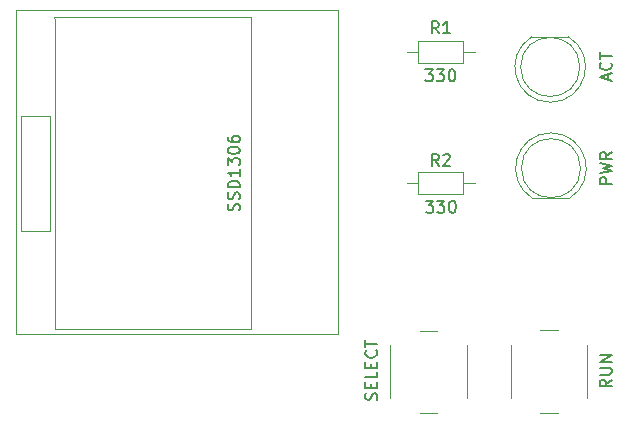
<source format=gto>
G04 #@! TF.GenerationSoftware,KiCad,Pcbnew,5.1.9-5.1.9*
G04 #@! TF.CreationDate,2021-03-22T11:55:19+01:00*
G04 #@! TF.ProjectId,tomodachi,746f6d6f-6461-4636-9869-2e6b69636164,2.2*
G04 #@! TF.SameCoordinates,Original*
G04 #@! TF.FileFunction,Legend,Top*
G04 #@! TF.FilePolarity,Positive*
%FSLAX46Y46*%
G04 Gerber Fmt 4.6, Leading zero omitted, Abs format (unit mm)*
G04 Created by KiCad (PCBNEW 5.1.9-5.1.9) date 2021-03-22 11:55:19*
%MOMM*%
%LPD*%
G01*
G04 APERTURE LIST*
%ADD10C,0.120000*%
%ADD11C,0.150000*%
G04 APERTURE END LIST*
D10*
X242400000Y-135230000D02*
X240900000Y-135230000D01*
X238400000Y-136480000D02*
X238400000Y-140980000D01*
X240900000Y-142230000D02*
X242400000Y-142230000D01*
X244900000Y-140980000D02*
X244900000Y-136480000D01*
X255093500Y-140935500D02*
X255093500Y-136435500D01*
X251093500Y-142185500D02*
X252593500Y-142185500D01*
X248593500Y-136435500D02*
X248593500Y-140935500D01*
X252593500Y-135185500D02*
X251093500Y-135185500D01*
X240752000Y-121838500D02*
X240752000Y-123678500D01*
X240752000Y-123678500D02*
X244592000Y-123678500D01*
X244592000Y-123678500D02*
X244592000Y-121838500D01*
X244592000Y-121838500D02*
X240752000Y-121838500D01*
X239802000Y-122758500D02*
X240752000Y-122758500D01*
X245542000Y-122758500D02*
X244592000Y-122758500D01*
X244592000Y-112566000D02*
X244592000Y-110726000D01*
X244592000Y-110726000D02*
X240752000Y-110726000D01*
X240752000Y-110726000D02*
X240752000Y-112566000D01*
X240752000Y-112566000D02*
X244592000Y-112566000D01*
X245542000Y-111646000D02*
X244592000Y-111646000D01*
X239802000Y-111646000D02*
X240752000Y-111646000D01*
X254506500Y-121488500D02*
G75*
G03*
X254506500Y-121488500I-2500000J0D01*
G01*
X250461500Y-124048500D02*
X253551500Y-124048500D01*
X252006038Y-118498500D02*
G75*
G02*
X253551330Y-124048500I462J-2990000D01*
G01*
X252006962Y-118498500D02*
G75*
G03*
X250461670Y-124048500I-462J-2990000D01*
G01*
X254443000Y-112916000D02*
G75*
G03*
X254443000Y-112916000I-2500000J0D01*
G01*
X253488000Y-110356000D02*
X250398000Y-110356000D01*
X251943462Y-115906000D02*
G75*
G02*
X250398170Y-110356000I-462J2990000D01*
G01*
X251942538Y-115906000D02*
G75*
G03*
X253487830Y-110356000I462J2990000D01*
G01*
X206686500Y-135523500D02*
X206686500Y-108123500D01*
X206686500Y-108123500D02*
X233986500Y-108123500D01*
X233986500Y-108123500D02*
X233986500Y-135523500D01*
X233986500Y-135523500D02*
X206686500Y-135523500D01*
X226581500Y-112001500D02*
X226581500Y-135101500D01*
X226581500Y-135101500D02*
X209981500Y-135101500D01*
X209981500Y-135101500D02*
X209981500Y-112001500D01*
X207175500Y-126822500D02*
X207175500Y-117043500D01*
X207175500Y-117043500D02*
X209588500Y-117043500D01*
X209588500Y-117043500D02*
X209588500Y-126822500D01*
X207175500Y-126822500D02*
X209588500Y-126822500D01*
X209981500Y-112001500D02*
X209981500Y-108915500D01*
X226581500Y-112001500D02*
X226606500Y-108661500D01*
X226606500Y-108661500D02*
X209969500Y-108661500D01*
X209969500Y-108661500D02*
X209981500Y-108915500D01*
D11*
X237247461Y-141096990D02*
X237295080Y-140954133D01*
X237295080Y-140716038D01*
X237247461Y-140620800D01*
X237199842Y-140573180D01*
X237104604Y-140525561D01*
X237009366Y-140525561D01*
X236914128Y-140573180D01*
X236866509Y-140620800D01*
X236818890Y-140716038D01*
X236771271Y-140906514D01*
X236723652Y-141001752D01*
X236676033Y-141049371D01*
X236580795Y-141096990D01*
X236485557Y-141096990D01*
X236390319Y-141049371D01*
X236342700Y-141001752D01*
X236295080Y-140906514D01*
X236295080Y-140668419D01*
X236342700Y-140525561D01*
X236771271Y-140096990D02*
X236771271Y-139763657D01*
X237295080Y-139620800D02*
X237295080Y-140096990D01*
X236295080Y-140096990D01*
X236295080Y-139620800D01*
X237295080Y-138716038D02*
X237295080Y-139192228D01*
X236295080Y-139192228D01*
X236771271Y-138382704D02*
X236771271Y-138049371D01*
X237295080Y-137906514D02*
X237295080Y-138382704D01*
X236295080Y-138382704D01*
X236295080Y-137906514D01*
X237199842Y-136906514D02*
X237247461Y-136954133D01*
X237295080Y-137096990D01*
X237295080Y-137192228D01*
X237247461Y-137335085D01*
X237152223Y-137430323D01*
X237056985Y-137477942D01*
X236866509Y-137525561D01*
X236723652Y-137525561D01*
X236533176Y-137477942D01*
X236437938Y-137430323D01*
X236342700Y-137335085D01*
X236295080Y-137192228D01*
X236295080Y-137096990D01*
X236342700Y-136954133D01*
X236390319Y-136906514D01*
X236295080Y-136620800D02*
X236295080Y-136049371D01*
X237295080Y-136335085D02*
X236295080Y-136335085D01*
X257140100Y-139391915D02*
X256663910Y-139725248D01*
X257140100Y-139963343D02*
X256140100Y-139963343D01*
X256140100Y-139582391D01*
X256187720Y-139487153D01*
X256235339Y-139439534D01*
X256330577Y-139391915D01*
X256473434Y-139391915D01*
X256568672Y-139439534D01*
X256616291Y-139487153D01*
X256663910Y-139582391D01*
X256663910Y-139963343D01*
X256140100Y-138963343D02*
X256949624Y-138963343D01*
X257044862Y-138915724D01*
X257092481Y-138868105D01*
X257140100Y-138772867D01*
X257140100Y-138582391D01*
X257092481Y-138487153D01*
X257044862Y-138439534D01*
X256949624Y-138391915D01*
X256140100Y-138391915D01*
X257140100Y-137915724D02*
X256140100Y-137915724D01*
X257140100Y-137344296D01*
X256140100Y-137344296D01*
X242505333Y-121290880D02*
X242172000Y-120814690D01*
X241933904Y-121290880D02*
X241933904Y-120290880D01*
X242314857Y-120290880D01*
X242410095Y-120338500D01*
X242457714Y-120386119D01*
X242505333Y-120481357D01*
X242505333Y-120624214D01*
X242457714Y-120719452D01*
X242410095Y-120767071D01*
X242314857Y-120814690D01*
X241933904Y-120814690D01*
X242886285Y-120386119D02*
X242933904Y-120338500D01*
X243029142Y-120290880D01*
X243267238Y-120290880D01*
X243362476Y-120338500D01*
X243410095Y-120386119D01*
X243457714Y-120481357D01*
X243457714Y-120576595D01*
X243410095Y-120719452D01*
X242838666Y-121290880D01*
X243457714Y-121290880D01*
X241414285Y-124252380D02*
X242033333Y-124252380D01*
X241700000Y-124633333D01*
X241842857Y-124633333D01*
X241938095Y-124680952D01*
X241985714Y-124728571D01*
X242033333Y-124823809D01*
X242033333Y-125061904D01*
X241985714Y-125157142D01*
X241938095Y-125204761D01*
X241842857Y-125252380D01*
X241557142Y-125252380D01*
X241461904Y-125204761D01*
X241414285Y-125157142D01*
X242366666Y-124252380D02*
X242985714Y-124252380D01*
X242652380Y-124633333D01*
X242795238Y-124633333D01*
X242890476Y-124680952D01*
X242938095Y-124728571D01*
X242985714Y-124823809D01*
X242985714Y-125061904D01*
X242938095Y-125157142D01*
X242890476Y-125204761D01*
X242795238Y-125252380D01*
X242509523Y-125252380D01*
X242414285Y-125204761D01*
X242366666Y-125157142D01*
X243604761Y-124252380D02*
X243700000Y-124252380D01*
X243795238Y-124300000D01*
X243842857Y-124347619D01*
X243890476Y-124442857D01*
X243938095Y-124633333D01*
X243938095Y-124871428D01*
X243890476Y-125061904D01*
X243842857Y-125157142D01*
X243795238Y-125204761D01*
X243700000Y-125252380D01*
X243604761Y-125252380D01*
X243509523Y-125204761D01*
X243461904Y-125157142D01*
X243414285Y-125061904D01*
X243366666Y-124871428D01*
X243366666Y-124633333D01*
X243414285Y-124442857D01*
X243461904Y-124347619D01*
X243509523Y-124300000D01*
X243604761Y-124252380D01*
X242505333Y-110066380D02*
X242172000Y-109590190D01*
X241933904Y-110066380D02*
X241933904Y-109066380D01*
X242314857Y-109066380D01*
X242410095Y-109114000D01*
X242457714Y-109161619D01*
X242505333Y-109256857D01*
X242505333Y-109399714D01*
X242457714Y-109494952D01*
X242410095Y-109542571D01*
X242314857Y-109590190D01*
X241933904Y-109590190D01*
X243457714Y-110066380D02*
X242886285Y-110066380D01*
X243172000Y-110066380D02*
X243172000Y-109066380D01*
X243076761Y-109209238D01*
X242981523Y-109304476D01*
X242886285Y-109352095D01*
X241386285Y-113130380D02*
X242005333Y-113130380D01*
X241672000Y-113511333D01*
X241814857Y-113511333D01*
X241910095Y-113558952D01*
X241957714Y-113606571D01*
X242005333Y-113701809D01*
X242005333Y-113939904D01*
X241957714Y-114035142D01*
X241910095Y-114082761D01*
X241814857Y-114130380D01*
X241529142Y-114130380D01*
X241433904Y-114082761D01*
X241386285Y-114035142D01*
X242338666Y-113130380D02*
X242957714Y-113130380D01*
X242624380Y-113511333D01*
X242767238Y-113511333D01*
X242862476Y-113558952D01*
X242910095Y-113606571D01*
X242957714Y-113701809D01*
X242957714Y-113939904D01*
X242910095Y-114035142D01*
X242862476Y-114082761D01*
X242767238Y-114130380D01*
X242481523Y-114130380D01*
X242386285Y-114082761D01*
X242338666Y-114035142D01*
X243576761Y-113130380D02*
X243672000Y-113130380D01*
X243767238Y-113178000D01*
X243814857Y-113225619D01*
X243862476Y-113320857D01*
X243910095Y-113511333D01*
X243910095Y-113749428D01*
X243862476Y-113939904D01*
X243814857Y-114035142D01*
X243767238Y-114082761D01*
X243672000Y-114130380D01*
X243576761Y-114130380D01*
X243481523Y-114082761D01*
X243433904Y-114035142D01*
X243386285Y-113939904D01*
X243338666Y-113749428D01*
X243338666Y-113511333D01*
X243386285Y-113320857D01*
X243433904Y-113225619D01*
X243481523Y-113178000D01*
X243576761Y-113130380D01*
X257152380Y-122833333D02*
X256152380Y-122833333D01*
X256152380Y-122452380D01*
X256200000Y-122357142D01*
X256247619Y-122309523D01*
X256342857Y-122261904D01*
X256485714Y-122261904D01*
X256580952Y-122309523D01*
X256628571Y-122357142D01*
X256676190Y-122452380D01*
X256676190Y-122833333D01*
X256152380Y-121928571D02*
X257152380Y-121690476D01*
X256438095Y-121500000D01*
X257152380Y-121309523D01*
X256152380Y-121071428D01*
X257152380Y-120119047D02*
X256676190Y-120452380D01*
X257152380Y-120690476D02*
X256152380Y-120690476D01*
X256152380Y-120309523D01*
X256200000Y-120214285D01*
X256247619Y-120166666D01*
X256342857Y-120119047D01*
X256485714Y-120119047D01*
X256580952Y-120166666D01*
X256628571Y-120214285D01*
X256676190Y-120309523D01*
X256676190Y-120690476D01*
X256866666Y-114019047D02*
X256866666Y-113542857D01*
X257152380Y-114114285D02*
X256152380Y-113780952D01*
X257152380Y-113447619D01*
X257057142Y-112542857D02*
X257104761Y-112590476D01*
X257152380Y-112733333D01*
X257152380Y-112828571D01*
X257104761Y-112971428D01*
X257009523Y-113066666D01*
X256914285Y-113114285D01*
X256723809Y-113161904D01*
X256580952Y-113161904D01*
X256390476Y-113114285D01*
X256295238Y-113066666D01*
X256200000Y-112971428D01*
X256152380Y-112828571D01*
X256152380Y-112733333D01*
X256200000Y-112590476D01*
X256247619Y-112542857D01*
X256152380Y-112257142D02*
X256152380Y-111685714D01*
X257152380Y-111971428D02*
X256152380Y-111971428D01*
X225604761Y-125066666D02*
X225652380Y-124923809D01*
X225652380Y-124685714D01*
X225604761Y-124590476D01*
X225557142Y-124542857D01*
X225461904Y-124495238D01*
X225366666Y-124495238D01*
X225271428Y-124542857D01*
X225223809Y-124590476D01*
X225176190Y-124685714D01*
X225128571Y-124876190D01*
X225080952Y-124971428D01*
X225033333Y-125019047D01*
X224938095Y-125066666D01*
X224842857Y-125066666D01*
X224747619Y-125019047D01*
X224700000Y-124971428D01*
X224652380Y-124876190D01*
X224652380Y-124638095D01*
X224700000Y-124495238D01*
X225604761Y-124114285D02*
X225652380Y-123971428D01*
X225652380Y-123733333D01*
X225604761Y-123638095D01*
X225557142Y-123590476D01*
X225461904Y-123542857D01*
X225366666Y-123542857D01*
X225271428Y-123590476D01*
X225223809Y-123638095D01*
X225176190Y-123733333D01*
X225128571Y-123923809D01*
X225080952Y-124019047D01*
X225033333Y-124066666D01*
X224938095Y-124114285D01*
X224842857Y-124114285D01*
X224747619Y-124066666D01*
X224700000Y-124019047D01*
X224652380Y-123923809D01*
X224652380Y-123685714D01*
X224700000Y-123542857D01*
X225652380Y-123114285D02*
X224652380Y-123114285D01*
X224652380Y-122876190D01*
X224700000Y-122733333D01*
X224795238Y-122638095D01*
X224890476Y-122590476D01*
X225080952Y-122542857D01*
X225223809Y-122542857D01*
X225414285Y-122590476D01*
X225509523Y-122638095D01*
X225604761Y-122733333D01*
X225652380Y-122876190D01*
X225652380Y-123114285D01*
X225652380Y-121590476D02*
X225652380Y-122161904D01*
X225652380Y-121876190D02*
X224652380Y-121876190D01*
X224795238Y-121971428D01*
X224890476Y-122066666D01*
X224938095Y-122161904D01*
X224652380Y-121257142D02*
X224652380Y-120638095D01*
X225033333Y-120971428D01*
X225033333Y-120828571D01*
X225080952Y-120733333D01*
X225128571Y-120685714D01*
X225223809Y-120638095D01*
X225461904Y-120638095D01*
X225557142Y-120685714D01*
X225604761Y-120733333D01*
X225652380Y-120828571D01*
X225652380Y-121114285D01*
X225604761Y-121209523D01*
X225557142Y-121257142D01*
X224652380Y-120019047D02*
X224652380Y-119923809D01*
X224700000Y-119828571D01*
X224747619Y-119780952D01*
X224842857Y-119733333D01*
X225033333Y-119685714D01*
X225271428Y-119685714D01*
X225461904Y-119733333D01*
X225557142Y-119780952D01*
X225604761Y-119828571D01*
X225652380Y-119923809D01*
X225652380Y-120019047D01*
X225604761Y-120114285D01*
X225557142Y-120161904D01*
X225461904Y-120209523D01*
X225271428Y-120257142D01*
X225033333Y-120257142D01*
X224842857Y-120209523D01*
X224747619Y-120161904D01*
X224700000Y-120114285D01*
X224652380Y-120019047D01*
X224652380Y-118828571D02*
X224652380Y-119019047D01*
X224700000Y-119114285D01*
X224747619Y-119161904D01*
X224890476Y-119257142D01*
X225080952Y-119304761D01*
X225461904Y-119304761D01*
X225557142Y-119257142D01*
X225604761Y-119209523D01*
X225652380Y-119114285D01*
X225652380Y-118923809D01*
X225604761Y-118828571D01*
X225557142Y-118780952D01*
X225461904Y-118733333D01*
X225223809Y-118733333D01*
X225128571Y-118780952D01*
X225080952Y-118828571D01*
X225033333Y-118923809D01*
X225033333Y-119114285D01*
X225080952Y-119209523D01*
X225128571Y-119257142D01*
X225223809Y-119304761D01*
M02*

</source>
